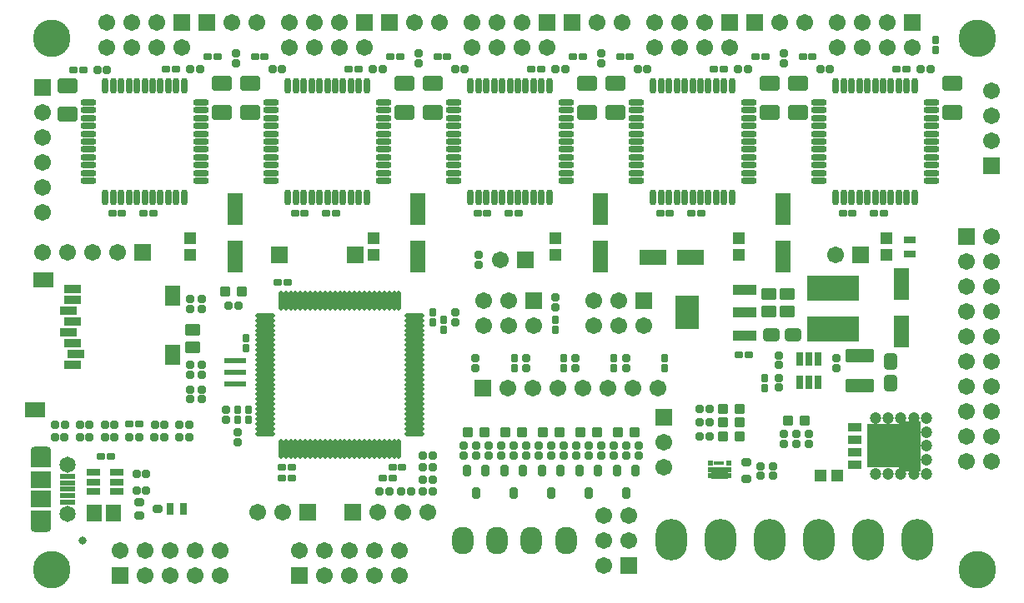
<source format=gts>
G04 Layer_Color=8388736*
%FSLAX44Y44*%
%MOMM*%
G71*
G01*
G75*
G04:AMPARAMS|DCode=125|XSize=0.8032mm|YSize=0.8032mm|CornerRadius=0.1616mm|HoleSize=0mm|Usage=FLASHONLY|Rotation=0.000|XOffset=0mm|YOffset=0mm|HoleType=Round|Shape=RoundedRectangle|*
%AMROUNDEDRECTD125*
21,1,0.8032,0.4800,0,0,0.0*
21,1,0.4800,0.8032,0,0,0.0*
1,1,0.3232,0.2400,-0.2400*
1,1,0.3232,-0.2400,-0.2400*
1,1,0.3232,-0.2400,0.2400*
1,1,0.3232,0.2400,0.2400*
%
%ADD125ROUNDEDRECTD125*%
%ADD126O,1.6032X0.7532*%
%ADD127O,0.7532X1.6032*%
G04:AMPARAMS|DCode=128|XSize=1.6032mm|YSize=1.2032mm|CornerRadius=0.2266mm|HoleSize=0mm|Usage=FLASHONLY|Rotation=180.000|XOffset=0mm|YOffset=0mm|HoleType=Round|Shape=RoundedRectangle|*
%AMROUNDEDRECTD128*
21,1,1.6032,0.7500,0,0,180.0*
21,1,1.1500,1.2032,0,0,180.0*
1,1,0.4532,-0.5750,0.3750*
1,1,0.4532,0.5750,0.3750*
1,1,0.4532,0.5750,-0.3750*
1,1,0.4532,-0.5750,-0.3750*
%
%ADD128ROUNDEDRECTD128*%
G04:AMPARAMS|DCode=129|XSize=0.8032mm|YSize=0.8032mm|CornerRadius=0.1616mm|HoleSize=0mm|Usage=FLASHONLY|Rotation=90.000|XOffset=0mm|YOffset=0mm|HoleType=Round|Shape=RoundedRectangle|*
%AMROUNDEDRECTD129*
21,1,0.8032,0.4800,0,0,90.0*
21,1,0.4800,0.8032,0,0,90.0*
1,1,0.3232,0.2400,0.2400*
1,1,0.3232,0.2400,-0.2400*
1,1,0.3232,-0.2400,-0.2400*
1,1,0.3232,-0.2400,0.2400*
%
%ADD129ROUNDEDRECTD129*%
%ADD130R,1.3532X0.8032*%
G04:AMPARAMS|DCode=131|XSize=1.4032mm|YSize=1.7032mm|CornerRadius=0.4016mm|HoleSize=0mm|Usage=FLASHONLY|Rotation=270.000|XOffset=0mm|YOffset=0mm|HoleType=Round|Shape=RoundedRectangle|*
%AMROUNDEDRECTD131*
21,1,1.4032,0.9000,0,0,270.0*
21,1,0.6000,1.7032,0,0,270.0*
1,1,0.8032,-0.4500,-0.3000*
1,1,0.8032,-0.4500,0.3000*
1,1,0.8032,0.4500,0.3000*
1,1,0.8032,0.4500,-0.3000*
%
%ADD131ROUNDEDRECTD131*%
G04:AMPARAMS|DCode=132|XSize=1.4032mm|YSize=1.7032mm|CornerRadius=0.4016mm|HoleSize=0mm|Usage=FLASHONLY|Rotation=0.000|XOffset=0mm|YOffset=0mm|HoleType=Round|Shape=RoundedRectangle|*
%AMROUNDEDRECTD132*
21,1,1.4032,0.9000,0,0,0.0*
21,1,0.6000,1.7032,0,0,0.0*
1,1,0.8032,0.3000,-0.4500*
1,1,0.8032,-0.3000,-0.4500*
1,1,0.8032,-0.3000,0.4500*
1,1,0.8032,0.3000,0.4500*
%
%ADD132ROUNDEDRECTD132*%
G04:AMPARAMS|DCode=133|XSize=1.0032mm|YSize=1.0032mm|CornerRadius=0.2016mm|HoleSize=0mm|Usage=FLASHONLY|Rotation=0.000|XOffset=0mm|YOffset=0mm|HoleType=Round|Shape=RoundedRectangle|*
%AMROUNDEDRECTD133*
21,1,1.0032,0.6000,0,0,0.0*
21,1,0.6000,1.0032,0,0,0.0*
1,1,0.4032,0.3000,-0.3000*
1,1,0.4032,-0.3000,-0.3000*
1,1,0.4032,-0.3000,0.3000*
1,1,0.4032,0.3000,0.3000*
%
%ADD133ROUNDEDRECTD133*%
%ADD134R,0.8032X1.3532*%
%ADD135R,5.3032X2.5532*%
%ADD136R,1.6002X3.2004*%
%ADD137R,2.2032X5.2032*%
%ADD138R,3.4032X4.4032*%
%ADD139R,1.3532X0.9032*%
%ADD140R,1.3032X1.2032*%
G04:AMPARAMS|DCode=141|XSize=0.7032mm|YSize=0.8032mm|CornerRadius=0.1516mm|HoleSize=0mm|Usage=FLASHONLY|Rotation=0.000|XOffset=0mm|YOffset=0mm|HoleType=Round|Shape=RoundedRectangle|*
%AMROUNDEDRECTD141*
21,1,0.7032,0.5000,0,0,0.0*
21,1,0.4000,0.8032,0,0,0.0*
1,1,0.3032,0.2000,-0.2500*
1,1,0.3032,-0.2000,-0.2500*
1,1,0.3032,-0.2000,0.2500*
1,1,0.3032,0.2000,0.2500*
%
%ADD141ROUNDEDRECTD141*%
G04:AMPARAMS|DCode=142|XSize=0.7032mm|YSize=0.8032mm|CornerRadius=0.1516mm|HoleSize=0mm|Usage=FLASHONLY|Rotation=90.000|XOffset=0mm|YOffset=0mm|HoleType=Round|Shape=RoundedRectangle|*
%AMROUNDEDRECTD142*
21,1,0.7032,0.5000,0,0,90.0*
21,1,0.4000,0.8032,0,0,90.0*
1,1,0.3032,0.2500,0.2000*
1,1,0.3032,0.2500,-0.2000*
1,1,0.3032,-0.2500,-0.2000*
1,1,0.3032,-0.2500,0.2000*
%
%ADD142ROUNDEDRECTD142*%
G04:AMPARAMS|DCode=143|XSize=2.9032mm|YSize=1.3532mm|CornerRadius=0.2454mm|HoleSize=0mm|Usage=FLASHONLY|Rotation=180.000|XOffset=0mm|YOffset=0mm|HoleType=Round|Shape=RoundedRectangle|*
%AMROUNDEDRECTD143*
21,1,2.9032,0.8625,0,0,180.0*
21,1,2.4125,1.3532,0,0,180.0*
1,1,0.4907,-1.2063,0.4313*
1,1,0.4907,1.2063,0.4313*
1,1,0.4907,1.2063,-0.4313*
1,1,0.4907,-1.2063,-0.4313*
%
%ADD143ROUNDEDRECTD143*%
%ADD144R,2.3532X3.4532*%
%ADD145R,2.3532X1.1032*%
G04:AMPARAMS|DCode=146|XSize=2.0032mm|YSize=1.5032mm|CornerRadius=0.2641mm|HoleSize=0mm|Usage=FLASHONLY|Rotation=0.000|XOffset=0mm|YOffset=0mm|HoleType=Round|Shape=RoundedRectangle|*
%AMROUNDEDRECTD146*
21,1,2.0032,0.9750,0,0,0.0*
21,1,1.4750,1.5032,0,0,0.0*
1,1,0.5282,0.7375,-0.4875*
1,1,0.5282,-0.7375,-0.4875*
1,1,0.5282,-0.7375,0.4875*
1,1,0.5282,0.7375,0.4875*
%
%ADD146ROUNDEDRECTD146*%
%ADD147R,1.2032X1.3032*%
%ADD148R,2.7032X1.5032*%
%ADD149R,1.5032X1.7032*%
%ADD150R,2.1032X1.7032*%
%ADD151R,1.5532X0.6032*%
%ADD152R,1.7032X1.7032*%
%ADD153R,2.2032X0.6032*%
%ADD154R,1.7272X0.9144*%
%ADD155R,1.6256X2.0066*%
%ADD156R,2.1082X1.6256*%
G04:AMPARAMS|DCode=157|XSize=0.8032mm|YSize=1.2032mm|CornerRadius=0.1766mm|HoleSize=0mm|Usage=FLASHONLY|Rotation=180.000|XOffset=0mm|YOffset=0mm|HoleType=Round|Shape=RoundedRectangle|*
%AMROUNDEDRECTD157*
21,1,0.8032,0.8500,0,0,180.0*
21,1,0.4500,1.2032,0,0,180.0*
1,1,0.3532,-0.2250,0.4250*
1,1,0.3532,0.2250,0.4250*
1,1,0.3532,0.2250,-0.4250*
1,1,0.3532,-0.2250,-0.4250*
%
%ADD157ROUNDEDRECTD157*%
%ADD158O,2.0032X0.5032*%
%ADD159O,0.5032X2.0032*%
%ADD160R,1.2032X0.8032*%
%ADD161R,0.8032X1.2032*%
G04:AMPARAMS|DCode=162|XSize=0.8032mm|YSize=1.0032mm|CornerRadius=0.2516mm|HoleSize=0mm|Usage=FLASHONLY|Rotation=270.000|XOffset=0mm|YOffset=0mm|HoleType=Round|Shape=RoundedRectangle|*
%AMROUNDEDRECTD162*
21,1,0.8032,0.5000,0,0,270.0*
21,1,0.3000,1.0032,0,0,270.0*
1,1,0.5032,-0.2500,-0.1500*
1,1,0.5032,-0.2500,0.1500*
1,1,0.5032,0.2500,0.1500*
1,1,0.5032,0.2500,-0.1500*
%
%ADD162ROUNDEDRECTD162*%
%ADD163R,1.7032X1.1532*%
%ADD164R,1.0732X0.4382*%
%ADD165R,0.5532X0.5032*%
G04:AMPARAMS|DCode=166|XSize=0.8032mm|YSize=1.0032mm|CornerRadius=0.1616mm|HoleSize=0mm|Usage=FLASHONLY|Rotation=270.000|XOffset=0mm|YOffset=0mm|HoleType=Round|Shape=RoundedRectangle|*
%AMROUNDEDRECTD166*
21,1,0.8032,0.6800,0,0,270.0*
21,1,0.4800,1.0032,0,0,270.0*
1,1,0.3232,-0.3400,-0.2400*
1,1,0.3232,-0.3400,0.2400*
1,1,0.3232,0.3400,0.2400*
1,1,0.3232,0.3400,-0.2400*
%
%ADD166ROUNDEDRECTD166*%
%ADD167C,1.7032*%
%ADD168R,1.7032X1.7032*%
%ADD169O,3.2032X4.2032*%
%ADD170O,2.2032X2.8032*%
%ADD171C,1.2032*%
G04:AMPARAMS|DCode=172|XSize=1.7032mm|YSize=2.1032mm|CornerRadius=0.4766mm|HoleSize=0mm|Usage=FLASHONLY|Rotation=90.000|XOffset=0mm|YOffset=0mm|HoleType=Round|Shape=RoundedRectangle|*
%AMROUNDEDRECTD172*
21,1,1.7032,1.1500,0,0,90.0*
21,1,0.7500,2.1032,0,0,90.0*
1,1,0.9532,0.5750,0.3750*
1,1,0.9532,0.5750,-0.3750*
1,1,0.9532,-0.5750,-0.3750*
1,1,0.9532,-0.5750,0.3750*
%
%ADD172ROUNDEDRECTD172*%
%ADD173C,1.6532*%
%ADD174C,3.8032*%
%ADD175C,0.8032*%
D125*
X762000Y125500D02*
D03*
Y135500D02*
D03*
X561974Y235030D02*
D03*
Y245030D02*
D03*
X182500Y203500D02*
D03*
Y213500D02*
D03*
X562610Y156130D02*
D03*
Y146130D02*
D03*
X524510Y156130D02*
D03*
Y146130D02*
D03*
X537210Y156130D02*
D03*
Y146130D02*
D03*
X549910Y156130D02*
D03*
Y146130D02*
D03*
X600710Y156130D02*
D03*
Y146130D02*
D03*
X613410Y156130D02*
D03*
Y146130D02*
D03*
X626110Y156130D02*
D03*
Y146130D02*
D03*
X575310Y156130D02*
D03*
Y146130D02*
D03*
X588010Y156130D02*
D03*
Y146130D02*
D03*
X613410Y235030D02*
D03*
Y245030D02*
D03*
X511810Y235030D02*
D03*
Y245030D02*
D03*
X460375Y235030D02*
D03*
Y245030D02*
D03*
X486410Y156130D02*
D03*
Y146130D02*
D03*
X499110Y156130D02*
D03*
Y146130D02*
D03*
X511810Y156130D02*
D03*
Y146130D02*
D03*
X448310Y156130D02*
D03*
Y146130D02*
D03*
X461010Y156130D02*
D03*
Y146130D02*
D03*
X773250Y168100D02*
D03*
Y158100D02*
D03*
X785950Y158100D02*
D03*
Y168100D02*
D03*
X798650Y168100D02*
D03*
Y158100D02*
D03*
X767935Y215345D02*
D03*
Y225345D02*
D03*
X473710Y156130D02*
D03*
Y146130D02*
D03*
X826690Y235030D02*
D03*
Y245030D02*
D03*
X767935Y248205D02*
D03*
Y238205D02*
D03*
X170500Y305500D02*
D03*
Y295500D02*
D03*
X182500Y305500D02*
D03*
Y295500D02*
D03*
X170500Y228500D02*
D03*
Y238500D02*
D03*
X182500Y228500D02*
D03*
Y238500D02*
D03*
X541000Y307250D02*
D03*
Y297250D02*
D03*
X588000Y555000D02*
D03*
Y545000D02*
D03*
X463780Y350000D02*
D03*
Y340000D02*
D03*
X402500Y555000D02*
D03*
Y545000D02*
D03*
X217000Y555000D02*
D03*
Y545000D02*
D03*
X207010Y182960D02*
D03*
Y192960D02*
D03*
X218440Y170100D02*
D03*
Y160100D02*
D03*
X440000Y282000D02*
D03*
Y292000D02*
D03*
X170500Y213500D02*
D03*
Y203500D02*
D03*
X773420Y555000D02*
D03*
Y545000D02*
D03*
X750000Y135500D02*
D03*
Y125500D02*
D03*
D126*
X923140Y425455D02*
D03*
Y433455D02*
D03*
Y441455D02*
D03*
Y449455D02*
D03*
Y457455D02*
D03*
Y465455D02*
D03*
Y473455D02*
D03*
Y481455D02*
D03*
Y489455D02*
D03*
Y497455D02*
D03*
Y505455D02*
D03*
X809140D02*
D03*
Y497455D02*
D03*
Y489455D02*
D03*
Y481455D02*
D03*
Y473455D02*
D03*
Y465455D02*
D03*
Y457455D02*
D03*
Y449455D02*
D03*
Y441455D02*
D03*
Y433455D02*
D03*
Y425455D02*
D03*
X623720D02*
D03*
Y433455D02*
D03*
Y441455D02*
D03*
Y449455D02*
D03*
Y457455D02*
D03*
Y465455D02*
D03*
Y473455D02*
D03*
Y481455D02*
D03*
Y489455D02*
D03*
Y497455D02*
D03*
Y505455D02*
D03*
X737720D02*
D03*
Y497455D02*
D03*
Y489455D02*
D03*
Y481455D02*
D03*
Y473455D02*
D03*
Y465455D02*
D03*
Y457455D02*
D03*
Y449455D02*
D03*
Y441455D02*
D03*
Y433455D02*
D03*
Y425455D02*
D03*
X552300D02*
D03*
Y433455D02*
D03*
Y441455D02*
D03*
Y449455D02*
D03*
Y457455D02*
D03*
Y465455D02*
D03*
Y473455D02*
D03*
Y481455D02*
D03*
Y489455D02*
D03*
Y497455D02*
D03*
Y505455D02*
D03*
X438300D02*
D03*
Y497455D02*
D03*
Y489455D02*
D03*
Y481455D02*
D03*
Y473455D02*
D03*
Y465455D02*
D03*
Y457455D02*
D03*
Y449455D02*
D03*
Y441455D02*
D03*
Y433455D02*
D03*
Y425455D02*
D03*
X67460D02*
D03*
Y433455D02*
D03*
Y441455D02*
D03*
Y449455D02*
D03*
Y457455D02*
D03*
Y465455D02*
D03*
Y473455D02*
D03*
Y481455D02*
D03*
Y489455D02*
D03*
Y497455D02*
D03*
Y505455D02*
D03*
X181460D02*
D03*
Y497455D02*
D03*
Y489455D02*
D03*
Y481455D02*
D03*
Y473455D02*
D03*
Y465455D02*
D03*
Y457455D02*
D03*
Y449455D02*
D03*
Y441455D02*
D03*
Y433455D02*
D03*
Y425455D02*
D03*
X366880D02*
D03*
Y433455D02*
D03*
Y441455D02*
D03*
Y449455D02*
D03*
Y457455D02*
D03*
Y465455D02*
D03*
Y473455D02*
D03*
Y481455D02*
D03*
Y489455D02*
D03*
Y497455D02*
D03*
Y505455D02*
D03*
X252880D02*
D03*
Y497455D02*
D03*
Y489455D02*
D03*
Y481455D02*
D03*
Y473455D02*
D03*
Y465455D02*
D03*
Y457455D02*
D03*
Y449455D02*
D03*
Y441455D02*
D03*
Y433455D02*
D03*
Y425455D02*
D03*
D127*
X906140Y522455D02*
D03*
X898140D02*
D03*
X890140D02*
D03*
X882140D02*
D03*
X874140D02*
D03*
X866140D02*
D03*
X858140D02*
D03*
X850140D02*
D03*
X842140D02*
D03*
X834140D02*
D03*
X826140D02*
D03*
Y408455D02*
D03*
X834140D02*
D03*
X842140D02*
D03*
X850140D02*
D03*
X858140D02*
D03*
X866140D02*
D03*
X874140D02*
D03*
X882140D02*
D03*
X890140D02*
D03*
X898140D02*
D03*
X906140D02*
D03*
X720720D02*
D03*
X712720D02*
D03*
X704720D02*
D03*
X696720D02*
D03*
X688720D02*
D03*
X680720D02*
D03*
X672720D02*
D03*
X664720D02*
D03*
X656720D02*
D03*
X648720D02*
D03*
X640720D02*
D03*
Y522455D02*
D03*
X648720D02*
D03*
X656720D02*
D03*
X664720D02*
D03*
X672720D02*
D03*
X680720D02*
D03*
X688720D02*
D03*
X696720D02*
D03*
X704720D02*
D03*
X712720D02*
D03*
X720720D02*
D03*
X535300D02*
D03*
X527300D02*
D03*
X519300D02*
D03*
X511300D02*
D03*
X503300D02*
D03*
X495300D02*
D03*
X487300D02*
D03*
X479300D02*
D03*
X471300D02*
D03*
X463300D02*
D03*
X455300D02*
D03*
Y408455D02*
D03*
X463300D02*
D03*
X471300D02*
D03*
X479300D02*
D03*
X487300D02*
D03*
X495300D02*
D03*
X503300D02*
D03*
X511300D02*
D03*
X519300D02*
D03*
X527300D02*
D03*
X535300D02*
D03*
X164460D02*
D03*
X156460D02*
D03*
X148460D02*
D03*
X140460D02*
D03*
X132460D02*
D03*
X124460D02*
D03*
X116460D02*
D03*
X108460D02*
D03*
X100460D02*
D03*
X92460D02*
D03*
X84460D02*
D03*
Y522455D02*
D03*
X92460D02*
D03*
X100460D02*
D03*
X108460D02*
D03*
X116460D02*
D03*
X124460D02*
D03*
X132460D02*
D03*
X140460D02*
D03*
X148460D02*
D03*
X156460D02*
D03*
X164460D02*
D03*
X349880D02*
D03*
X341880D02*
D03*
X333880D02*
D03*
X325880D02*
D03*
X317880D02*
D03*
X309880D02*
D03*
X301880D02*
D03*
X293880D02*
D03*
X285880D02*
D03*
X277880D02*
D03*
X269880D02*
D03*
Y408455D02*
D03*
X277880D02*
D03*
X285880D02*
D03*
X293880D02*
D03*
X301880D02*
D03*
X309880D02*
D03*
X317880D02*
D03*
X325880D02*
D03*
X333880D02*
D03*
X341880D02*
D03*
X349880D02*
D03*
D128*
X758365Y310625D02*
D03*
Y292625D02*
D03*
X776365Y292625D02*
D03*
Y310625D02*
D03*
X173000Y256500D02*
D03*
Y274500D02*
D03*
D129*
X169620Y164800D02*
D03*
X159620D02*
D03*
Y177800D02*
D03*
X169620D02*
D03*
X43100Y165100D02*
D03*
X33100D02*
D03*
X93820Y177800D02*
D03*
X83820D02*
D03*
X43180D02*
D03*
X33180D02*
D03*
X116000Y111000D02*
D03*
Y128000D02*
D03*
X254080Y539114D02*
D03*
X264080D02*
D03*
X366315D02*
D03*
X356315D02*
D03*
X180895Y539115D02*
D03*
X170895D02*
D03*
X76280Y538480D02*
D03*
X86280D02*
D03*
X439500Y539114D02*
D03*
X449500D02*
D03*
X551735Y539115D02*
D03*
X541735D02*
D03*
X737155Y539114D02*
D03*
X727155D02*
D03*
X624920D02*
D03*
X634920D02*
D03*
X810340D02*
D03*
X820340D02*
D03*
X922575Y539115D02*
D03*
X912575D02*
D03*
X126000Y111000D02*
D03*
Y128000D02*
D03*
X144620Y177800D02*
D03*
X134620D02*
D03*
X688215Y165800D02*
D03*
X698215D02*
D03*
X688215Y179800D02*
D03*
X698215D02*
D03*
X688215Y193800D02*
D03*
X698215D02*
D03*
X209500Y299000D02*
D03*
X219500D02*
D03*
X407000Y134000D02*
D03*
X417000D02*
D03*
X407000Y146000D02*
D03*
X417000D02*
D03*
X373000Y110000D02*
D03*
X363000D02*
D03*
X417000Y122000D02*
D03*
X407000D02*
D03*
Y110000D02*
D03*
X417000D02*
D03*
X395000D02*
D03*
X385000D02*
D03*
X58420Y177800D02*
D03*
X68420D02*
D03*
X83900Y165100D02*
D03*
X93900D02*
D03*
X134540D02*
D03*
X144540D02*
D03*
X108500Y165000D02*
D03*
X118500D02*
D03*
X68500D02*
D03*
X58500D02*
D03*
D130*
X96250Y119500D02*
D03*
X96000Y110000D02*
D03*
X72500D02*
D03*
Y119500D02*
D03*
Y129000D02*
D03*
X96250D02*
D03*
D131*
X760525Y268605D02*
D03*
X782525D02*
D03*
D132*
X882015Y220140D02*
D03*
Y242140D02*
D03*
D133*
X528710Y170180D02*
D03*
X545710D02*
D03*
X566810D02*
D03*
X583810D02*
D03*
X604910D02*
D03*
X621910D02*
D03*
X777500Y181500D02*
D03*
X794500D02*
D03*
X507610Y170180D02*
D03*
X490610D02*
D03*
X469510D02*
D03*
X452510D02*
D03*
X711215Y165800D02*
D03*
X728215D02*
D03*
X711215Y179800D02*
D03*
X728215D02*
D03*
X711215Y193800D02*
D03*
X728215D02*
D03*
X223000Y313000D02*
D03*
X206000D02*
D03*
D134*
X789250Y244410D02*
D03*
Y220660D02*
D03*
X798750D02*
D03*
X808250D02*
D03*
Y244160D02*
D03*
X798750Y244410D02*
D03*
D135*
X822960Y316025D02*
D03*
Y274525D02*
D03*
D136*
X892810Y320810D02*
D03*
Y272804D02*
D03*
X401320Y396486D02*
D03*
Y348480D02*
D03*
X215900Y396486D02*
D03*
Y348480D02*
D03*
X586740Y396486D02*
D03*
Y348480D02*
D03*
X772160Y396486D02*
D03*
Y348480D02*
D03*
D137*
X900880Y155746D02*
D03*
D138*
X875000Y156000D02*
D03*
D139*
X845000Y136950D02*
D03*
Y149650D02*
D03*
Y162350D02*
D03*
Y175050D02*
D03*
D140*
X810500Y126000D02*
D03*
X827500D02*
D03*
D141*
X754000Y225000D02*
D03*
Y215000D02*
D03*
X652145Y235030D02*
D03*
Y245030D02*
D03*
X600709Y235030D02*
D03*
Y245030D02*
D03*
X549910Y235030D02*
D03*
Y245030D02*
D03*
X499745Y235030D02*
D03*
Y245030D02*
D03*
X927100Y558880D02*
D03*
Y568880D02*
D03*
X541000Y274250D02*
D03*
Y284250D02*
D03*
X416560Y282020D02*
D03*
Y292020D02*
D03*
X227330Y265350D02*
D03*
Y255350D02*
D03*
X218440Y192960D02*
D03*
Y182960D02*
D03*
X229870Y192960D02*
D03*
Y182960D02*
D03*
X428000Y284000D02*
D03*
Y274000D02*
D03*
D142*
X276940Y392430D02*
D03*
X286940D02*
D03*
X728000Y249000D02*
D03*
X738000D02*
D03*
X246300Y551815D02*
D03*
X236300D02*
D03*
X374095D02*
D03*
X384095D02*
D03*
X341550Y539115D02*
D03*
X331550D02*
D03*
X318690Y392430D02*
D03*
X308690D02*
D03*
X62150Y538480D02*
D03*
X52150D02*
D03*
X188675Y551815D02*
D03*
X198675D02*
D03*
X91520Y392430D02*
D03*
X101520D02*
D03*
X156130Y539115D02*
D03*
X146130D02*
D03*
X133270Y392430D02*
D03*
X123270D02*
D03*
X431720Y551815D02*
D03*
X421720D02*
D03*
X559515D02*
D03*
X569515D02*
D03*
X526970Y539115D02*
D03*
X516970D02*
D03*
X504110Y392430D02*
D03*
X494110D02*
D03*
X462360D02*
D03*
X472360D02*
D03*
X647780D02*
D03*
X657780D02*
D03*
X689530D02*
D03*
X679530D02*
D03*
X712390Y539115D02*
D03*
X702390D02*
D03*
X744935Y551815D02*
D03*
X754935D02*
D03*
X617140D02*
D03*
X607140D02*
D03*
X802560D02*
D03*
X792560D02*
D03*
X897810Y539115D02*
D03*
X887810D02*
D03*
X874950Y392430D02*
D03*
X864950D02*
D03*
X833200D02*
D03*
X843200D02*
D03*
X80000Y145000D02*
D03*
X90000D02*
D03*
X264000Y134500D02*
D03*
X274000D02*
D03*
X269240Y322580D02*
D03*
X259240D02*
D03*
X376000Y134620D02*
D03*
X386000D02*
D03*
X118600Y178000D02*
D03*
X108600D02*
D03*
X376000Y123000D02*
D03*
X366000D02*
D03*
X264000D02*
D03*
X274000D02*
D03*
D143*
X850820Y217410D02*
D03*
Y247410D02*
D03*
D144*
X674965Y291465D02*
D03*
D145*
X733465Y314365D02*
D03*
Y291465D02*
D03*
Y268565D02*
D03*
D146*
X231775Y524405D02*
D03*
Y495405D02*
D03*
X387985Y524405D02*
D03*
Y495405D02*
D03*
X202565Y524405D02*
D03*
Y495405D02*
D03*
X45720Y493500D02*
D03*
Y522500D02*
D03*
X417195Y524405D02*
D03*
Y495405D02*
D03*
X573405Y524405D02*
D03*
Y495405D02*
D03*
X758825Y524405D02*
D03*
Y495405D02*
D03*
X602615Y524405D02*
D03*
Y495405D02*
D03*
X788035Y524405D02*
D03*
Y495405D02*
D03*
X944245Y524405D02*
D03*
Y495405D02*
D03*
D147*
X356695Y367275D02*
D03*
Y350275D02*
D03*
X170815Y367275D02*
D03*
Y350275D02*
D03*
X541655Y367275D02*
D03*
Y350275D02*
D03*
X727535Y367275D02*
D03*
Y350275D02*
D03*
X877675Y367275D02*
D03*
Y350275D02*
D03*
D148*
X678180Y347980D02*
D03*
X640334D02*
D03*
D149*
X92500Y88000D02*
D03*
X73500D02*
D03*
D150*
X19000Y142500D02*
D03*
Y122000D02*
D03*
Y102000D02*
D03*
Y81500D02*
D03*
D151*
X46000Y125000D02*
D03*
Y118500D02*
D03*
Y99000D02*
D03*
Y105500D02*
D03*
Y112000D02*
D03*
D152*
X261220Y349980D02*
D03*
X338219D02*
D03*
X519430Y303530D02*
D03*
X558700Y586680D02*
D03*
X373280D02*
D03*
X187860D02*
D03*
X289800Y88710D02*
D03*
X744119Y586680D02*
D03*
X850900Y350520D02*
D03*
X99728Y24100D02*
D03*
X281338D02*
D03*
X347879Y586680D02*
D03*
X162459D02*
D03*
X533299D02*
D03*
X718719D02*
D03*
X904139D02*
D03*
X510540Y345440D02*
D03*
X121920Y353060D02*
D03*
X335280Y88710D02*
D03*
X631190Y303530D02*
D03*
X467360Y214630D02*
D03*
D153*
X215900Y219140D02*
D03*
Y231140D02*
D03*
Y243140D02*
D03*
D154*
X50800Y238760D02*
D03*
X54800Y249682D02*
D03*
X50800Y260858D02*
D03*
X46800Y271780D02*
D03*
X50800Y282702D02*
D03*
X46800Y293878D02*
D03*
X50800Y304800D02*
D03*
Y315722D02*
D03*
D155*
X152800Y248920D02*
D03*
Y308864D02*
D03*
D156*
X12800Y192786D02*
D03*
X21800Y324866D02*
D03*
D157*
X546710Y130880D02*
D03*
X527710D02*
D03*
X537210Y107880D02*
D03*
X470510Y130880D02*
D03*
X451510D02*
D03*
X461010Y107880D02*
D03*
X584810Y130880D02*
D03*
X565810D02*
D03*
X575310Y107880D02*
D03*
X508610Y130880D02*
D03*
X489610D02*
D03*
X499110Y107880D02*
D03*
X622910Y130880D02*
D03*
X603910D02*
D03*
X613410Y107880D02*
D03*
D158*
X247080Y288600D02*
D03*
Y283600D02*
D03*
Y278600D02*
D03*
Y273600D02*
D03*
Y268600D02*
D03*
Y263600D02*
D03*
Y258600D02*
D03*
Y253600D02*
D03*
Y248600D02*
D03*
Y243600D02*
D03*
Y238600D02*
D03*
Y233600D02*
D03*
Y228600D02*
D03*
Y223600D02*
D03*
Y218600D02*
D03*
Y213600D02*
D03*
Y208600D02*
D03*
Y203600D02*
D03*
Y198600D02*
D03*
Y193600D02*
D03*
Y188600D02*
D03*
Y183600D02*
D03*
Y178600D02*
D03*
Y173600D02*
D03*
Y168600D02*
D03*
X398080D02*
D03*
Y173600D02*
D03*
Y178600D02*
D03*
Y183600D02*
D03*
Y188600D02*
D03*
Y193600D02*
D03*
Y198600D02*
D03*
Y203600D02*
D03*
Y208600D02*
D03*
Y213600D02*
D03*
Y218600D02*
D03*
Y223600D02*
D03*
Y228600D02*
D03*
Y233600D02*
D03*
Y238600D02*
D03*
Y243600D02*
D03*
Y248600D02*
D03*
Y253600D02*
D03*
Y258600D02*
D03*
Y263600D02*
D03*
Y268600D02*
D03*
Y273600D02*
D03*
Y278600D02*
D03*
Y283600D02*
D03*
Y288600D02*
D03*
D159*
X262580Y153100D02*
D03*
X267580D02*
D03*
X272580D02*
D03*
X277580D02*
D03*
X282580D02*
D03*
X287580D02*
D03*
X292580D02*
D03*
X297580D02*
D03*
X302580D02*
D03*
X307580D02*
D03*
X312580D02*
D03*
X317580D02*
D03*
X322580D02*
D03*
X327580D02*
D03*
X332580D02*
D03*
X337580D02*
D03*
X342580D02*
D03*
X347580D02*
D03*
X352580D02*
D03*
X357580D02*
D03*
X362580D02*
D03*
X367580D02*
D03*
X372580D02*
D03*
X377580D02*
D03*
X382580D02*
D03*
Y304100D02*
D03*
X377580D02*
D03*
X372580D02*
D03*
X367580D02*
D03*
X362580D02*
D03*
X357580D02*
D03*
X352580D02*
D03*
X347580D02*
D03*
X342580D02*
D03*
X337580D02*
D03*
X332580D02*
D03*
X327580D02*
D03*
X322580D02*
D03*
X317580D02*
D03*
X312580D02*
D03*
X307580D02*
D03*
X302580D02*
D03*
X297580D02*
D03*
X292580D02*
D03*
X287580D02*
D03*
X282580D02*
D03*
X277580D02*
D03*
X272580D02*
D03*
X267580D02*
D03*
X262580D02*
D03*
D160*
X901500Y351500D02*
D03*
Y365500D02*
D03*
D161*
X164000Y92000D02*
D03*
X150000D02*
D03*
D162*
X118500Y85500D02*
D03*
X137500Y92000D02*
D03*
X118500Y98500D02*
D03*
D163*
X708000Y128750D02*
D03*
D164*
X707600Y138700D02*
D03*
D165*
X717250Y125500D02*
D03*
Y132000D02*
D03*
Y138500D02*
D03*
X698750D02*
D03*
Y132000D02*
D03*
Y125500D02*
D03*
D166*
X735000Y122500D02*
D03*
Y139500D02*
D03*
D167*
X468630Y278130D02*
D03*
Y303530D02*
D03*
X494030Y278130D02*
D03*
Y303530D02*
D03*
X519430Y278130D02*
D03*
X20320Y419100D02*
D03*
Y444500D02*
D03*
Y469900D02*
D03*
Y495300D02*
D03*
Y393700D02*
D03*
X609500Y586680D02*
D03*
X584100D02*
D03*
X424080D02*
D03*
X398680D02*
D03*
X238660D02*
D03*
X213260D02*
D03*
X651510Y134620D02*
D03*
Y160020D02*
D03*
X239000Y88710D02*
D03*
X264400D02*
D03*
X794919Y586680D02*
D03*
X769519D02*
D03*
X984400Y140700D02*
D03*
X959000D02*
D03*
Y166100D02*
D03*
X984400D02*
D03*
Y191500D02*
D03*
X959000D02*
D03*
X984400Y369300D02*
D03*
X959000Y343900D02*
D03*
X984400D02*
D03*
X959000Y318500D02*
D03*
X984400D02*
D03*
X959000Y293100D02*
D03*
X984400D02*
D03*
X959000Y267700D02*
D03*
X984400D02*
D03*
X959000Y242300D02*
D03*
X984400D02*
D03*
X959000Y216900D02*
D03*
X984400D02*
D03*
X825500Y350520D02*
D03*
X201328Y49500D02*
D03*
Y24100D02*
D03*
X175928Y49500D02*
D03*
Y24100D02*
D03*
X150528Y49500D02*
D03*
Y24100D02*
D03*
X125128Y49500D02*
D03*
Y24100D02*
D03*
X99728Y49500D02*
D03*
X382938D02*
D03*
Y24100D02*
D03*
X357538Y49500D02*
D03*
Y24100D02*
D03*
X332138Y49500D02*
D03*
Y24100D02*
D03*
X306738Y49500D02*
D03*
Y24100D02*
D03*
X281338Y49500D02*
D03*
X271679Y586680D02*
D03*
X297079D02*
D03*
X322479D02*
D03*
X271679Y561280D02*
D03*
X297079D02*
D03*
X322479D02*
D03*
X347879D02*
D03*
X86259Y586680D02*
D03*
X111659D02*
D03*
X137059D02*
D03*
X86259Y561280D02*
D03*
X111659D02*
D03*
X137059D02*
D03*
X162459D02*
D03*
X457099Y586680D02*
D03*
X482499D02*
D03*
X507899D02*
D03*
X457099Y561280D02*
D03*
X482499D02*
D03*
X507899D02*
D03*
X533299D02*
D03*
X642519Y586680D02*
D03*
X667919D02*
D03*
X693319D02*
D03*
X642519Y561280D02*
D03*
X667919D02*
D03*
X693319D02*
D03*
X718719D02*
D03*
X827939Y586680D02*
D03*
X853339D02*
D03*
X878739D02*
D03*
X827939Y561280D02*
D03*
X853339D02*
D03*
X878739D02*
D03*
X904139D02*
D03*
X485140Y345440D02*
D03*
X20320Y353060D02*
D03*
X45720D02*
D03*
X71120D02*
D03*
X96520D02*
D03*
X984400Y466400D02*
D03*
Y491800D02*
D03*
Y517200D02*
D03*
X360680Y88710D02*
D03*
X386080D02*
D03*
X411480D02*
D03*
X580390Y278130D02*
D03*
Y303530D02*
D03*
X605790Y278130D02*
D03*
Y303530D02*
D03*
X631190Y278130D02*
D03*
X645160Y214630D02*
D03*
X619760D02*
D03*
X568960D02*
D03*
X543560D02*
D03*
X518160D02*
D03*
X492760D02*
D03*
X594360D02*
D03*
X590550Y85090D02*
D03*
X615950D02*
D03*
X590550Y59690D02*
D03*
X615950D02*
D03*
X590550Y34290D02*
D03*
D168*
X20320Y520700D02*
D03*
X651510Y185420D02*
D03*
X959000Y369300D02*
D03*
X984400Y441000D02*
D03*
X615950Y34290D02*
D03*
D169*
X908730Y61000D02*
D03*
X858730D02*
D03*
X758730D02*
D03*
X808730D02*
D03*
X708730D02*
D03*
X658730D02*
D03*
D170*
X552050Y60000D02*
D03*
X517049D02*
D03*
X482050D02*
D03*
X447050D02*
D03*
D171*
X892112Y184579D02*
D03*
Y127429D02*
D03*
X879158Y184579D02*
D03*
X918020D02*
D03*
Y170292D02*
D03*
Y141717D02*
D03*
X879158Y127429D02*
D03*
X918020D02*
D03*
X866204Y184579D02*
D03*
X905066D02*
D03*
X866204Y127429D02*
D03*
X905066D02*
D03*
X918020Y156004D02*
D03*
D172*
X19000Y147000D02*
D03*
Y77000D02*
D03*
D173*
X46000Y137000D02*
D03*
Y87000D02*
D03*
D174*
X30000Y570000D02*
D03*
X970000D02*
D03*
X30000Y30000D02*
D03*
X970000D02*
D03*
D175*
X61000Y60000D02*
D03*
M02*

</source>
